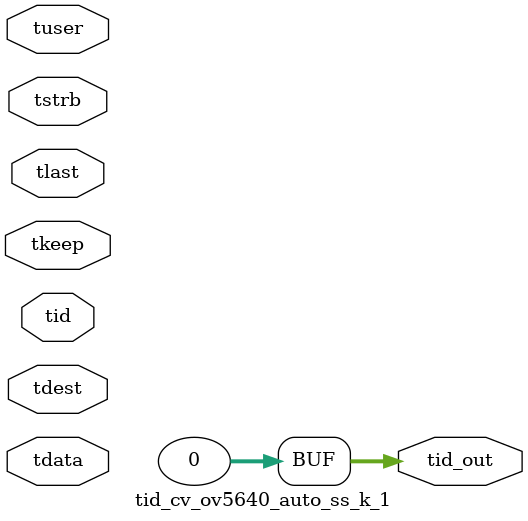
<source format=v>


`timescale 1ps/1ps

module tid_cv_ov5640_auto_ss_k_1 #
(
parameter C_S_AXIS_TID_WIDTH   = 1,
parameter C_S_AXIS_TUSER_WIDTH = 0,
parameter C_S_AXIS_TDATA_WIDTH = 0,
parameter C_S_AXIS_TDEST_WIDTH = 0,
parameter C_M_AXIS_TID_WIDTH   = 32
)
(
input  [(C_S_AXIS_TID_WIDTH   == 0 ? 1 : C_S_AXIS_TID_WIDTH)-1:0       ] tid,
input  [(C_S_AXIS_TDATA_WIDTH == 0 ? 1 : C_S_AXIS_TDATA_WIDTH)-1:0     ] tdata,
input  [(C_S_AXIS_TUSER_WIDTH == 0 ? 1 : C_S_AXIS_TUSER_WIDTH)-1:0     ] tuser,
input  [(C_S_AXIS_TDEST_WIDTH == 0 ? 1 : C_S_AXIS_TDEST_WIDTH)-1:0     ] tdest,
input  [(C_S_AXIS_TDATA_WIDTH/8)-1:0 ] tkeep,
input  [(C_S_AXIS_TDATA_WIDTH/8)-1:0 ] tstrb,
input                                                                    tlast,
output [(C_M_AXIS_TID_WIDTH   == 0 ? 1 : C_M_AXIS_TID_WIDTH)-1:0       ] tid_out
);

assign tid_out = {1'b0};

endmodule


</source>
